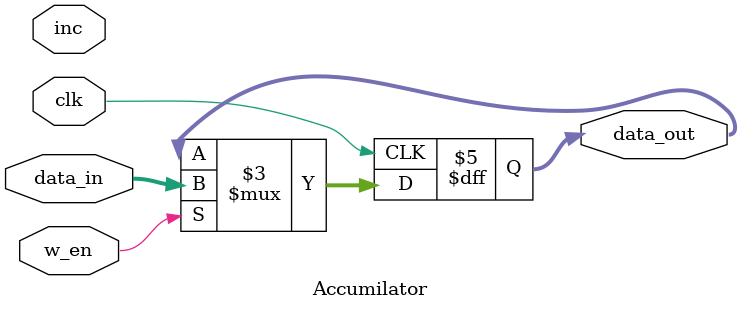
<source format=v>
`timescale 1ns / 1ps


module Accumilator(
    input clk,
    input [31:0] data_in,
    output reg [31:0] data_out,
    input inc,
    input w_en
    );
   
    //events done at pose edge
    always @(posedge clk)
    begin
      //  if (inc==1)
          //  data_out<= data_out+1;
         if (w_en==1)
            data_out<= data_in;


    end
endmodule

</source>
